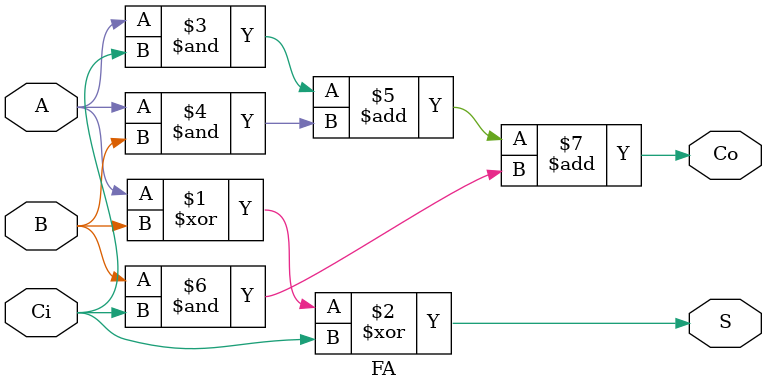
<source format=sv>
`timescale 1ns / 1ps

//////////////////////////////////////////////////////////////////////////////////


module FA(
    input A,
    input B,
    input Ci,
    output S,
    output Co
    );
    
    assign S = A^B^Ci;
    assign Co = (A&Ci) + (A&B) + (B&Ci);
endmodule

</source>
